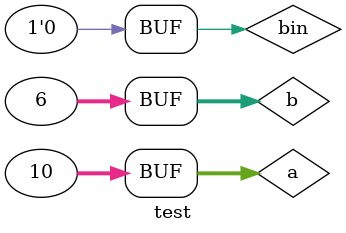
<source format=v>
`include "../lib/sub.v"
module test;

reg [31:0] a, b;
reg bin;
wire [31:0] d;
wire bout;

sub Sub_op(
  .a(a),
  .b(b),
  .Bor_in(bin),
  .Bor_out(bout),
  .d(d));

initial begin
  $monitor ($time, ": %0d %0d %0d | %0d %0d", a, b, bin, bout, d);
  #5 a = 0; b = 0; bin = 0;
  #5 a = 2; b = 9; bin = 0;
  #5 bin = 1;
  #5 a = 1; b = 1; bin = 0;
  #5 a = 10; b = 6;
end

endmodule


</source>
